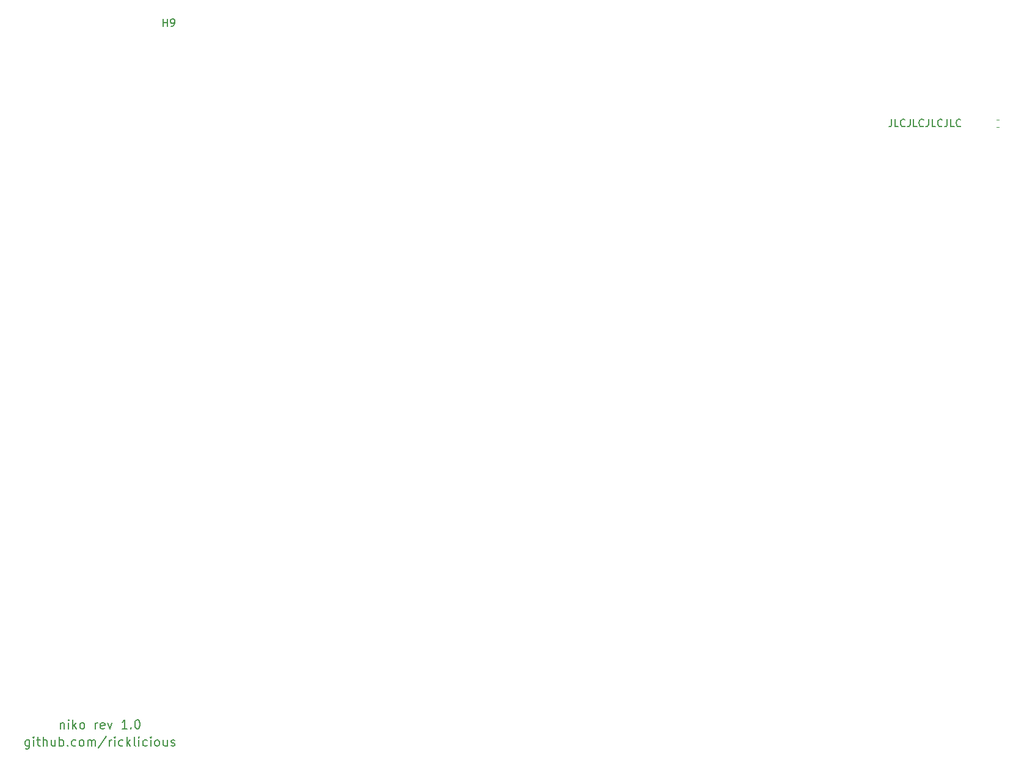
<source format=gbr>
G04 #@! TF.GenerationSoftware,KiCad,Pcbnew,(5.1.4-0)*
G04 #@! TF.CreationDate,2021-11-04T11:39:01-05:00*
G04 #@! TF.ProjectId,top_plate,746f705f-706c-4617-9465-2e6b69636164,rev?*
G04 #@! TF.SameCoordinates,Original*
G04 #@! TF.FileFunction,Legend,Top*
G04 #@! TF.FilePolarity,Positive*
%FSLAX46Y46*%
G04 Gerber Fmt 4.6, Leading zero omitted, Abs format (unit mm)*
G04 Created by KiCad (PCBNEW (5.1.4-0)) date 2021-11-04 11:39:01*
%MOMM*%
%LPD*%
G04 APERTURE LIST*
%ADD10C,0.150000*%
%ADD11C,0.200000*%
%ADD12C,0.120000*%
G04 APERTURE END LIST*
D10*
X307326237Y-99465090D02*
X307326237Y-100179376D01*
X307278618Y-100322233D01*
X307183380Y-100417471D01*
X307040523Y-100465090D01*
X306945285Y-100465090D01*
X308278618Y-100465090D02*
X307802427Y-100465090D01*
X307802427Y-99465090D01*
X309183380Y-100369852D02*
X309135761Y-100417471D01*
X308992904Y-100465090D01*
X308897665Y-100465090D01*
X308754808Y-100417471D01*
X308659570Y-100322233D01*
X308611951Y-100226995D01*
X308564332Y-100036519D01*
X308564332Y-99893662D01*
X308611951Y-99703186D01*
X308659570Y-99607948D01*
X308754808Y-99512710D01*
X308897665Y-99465090D01*
X308992904Y-99465090D01*
X309135761Y-99512710D01*
X309183380Y-99560329D01*
X309897665Y-99465090D02*
X309897665Y-100179376D01*
X309850046Y-100322233D01*
X309754808Y-100417471D01*
X309611951Y-100465090D01*
X309516713Y-100465090D01*
X310850046Y-100465090D02*
X310373856Y-100465090D01*
X310373856Y-99465090D01*
X311754808Y-100369852D02*
X311707189Y-100417471D01*
X311564332Y-100465090D01*
X311469094Y-100465090D01*
X311326237Y-100417471D01*
X311230999Y-100322233D01*
X311183380Y-100226995D01*
X311135761Y-100036519D01*
X311135761Y-99893662D01*
X311183380Y-99703186D01*
X311230999Y-99607948D01*
X311326237Y-99512710D01*
X311469094Y-99465090D01*
X311564332Y-99465090D01*
X311707189Y-99512710D01*
X311754808Y-99560329D01*
X312469094Y-99465090D02*
X312469094Y-100179376D01*
X312421475Y-100322233D01*
X312326237Y-100417471D01*
X312183380Y-100465090D01*
X312088142Y-100465090D01*
X313421475Y-100465090D02*
X312945285Y-100465090D01*
X312945285Y-99465090D01*
X314326237Y-100369852D02*
X314278618Y-100417471D01*
X314135761Y-100465090D01*
X314040523Y-100465090D01*
X313897665Y-100417471D01*
X313802427Y-100322233D01*
X313754808Y-100226995D01*
X313707189Y-100036519D01*
X313707189Y-99893662D01*
X313754808Y-99703186D01*
X313802427Y-99607948D01*
X313897665Y-99512710D01*
X314040523Y-99465090D01*
X314135761Y-99465090D01*
X314278618Y-99512710D01*
X314326237Y-99560329D01*
X315040523Y-99465090D02*
X315040523Y-100179376D01*
X314992904Y-100322233D01*
X314897665Y-100417471D01*
X314754808Y-100465090D01*
X314659570Y-100465090D01*
X315992904Y-100465090D02*
X315516713Y-100465090D01*
X315516713Y-99465090D01*
X316897665Y-100369852D02*
X316850046Y-100417471D01*
X316707189Y-100465090D01*
X316611951Y-100465090D01*
X316469094Y-100417471D01*
X316373856Y-100322233D01*
X316326237Y-100226995D01*
X316278618Y-100036519D01*
X316278618Y-99893662D01*
X316326237Y-99703186D01*
X316373856Y-99607948D01*
X316469094Y-99512710D01*
X316611951Y-99465090D01*
X316707189Y-99465090D01*
X316850046Y-99512710D01*
X316897665Y-99560329D01*
D11*
X187853618Y-185469852D02*
X187853618Y-186481757D01*
X187794094Y-186600805D01*
X187734570Y-186660329D01*
X187615523Y-186719852D01*
X187436951Y-186719852D01*
X187317904Y-186660329D01*
X187853618Y-186243662D02*
X187734570Y-186303186D01*
X187496475Y-186303186D01*
X187377427Y-186243662D01*
X187317904Y-186184138D01*
X187258380Y-186065090D01*
X187258380Y-185707948D01*
X187317904Y-185588900D01*
X187377427Y-185529376D01*
X187496475Y-185469852D01*
X187734570Y-185469852D01*
X187853618Y-185529376D01*
X188448856Y-186303186D02*
X188448856Y-185469852D01*
X188448856Y-185053186D02*
X188389332Y-185112710D01*
X188448856Y-185172233D01*
X188508380Y-185112710D01*
X188448856Y-185053186D01*
X188448856Y-185172233D01*
X188865523Y-185469852D02*
X189341713Y-185469852D01*
X189044094Y-185053186D02*
X189044094Y-186124614D01*
X189103618Y-186243662D01*
X189222665Y-186303186D01*
X189341713Y-186303186D01*
X189758380Y-186303186D02*
X189758380Y-185053186D01*
X190294094Y-186303186D02*
X190294094Y-185648424D01*
X190234570Y-185529376D01*
X190115523Y-185469852D01*
X189936951Y-185469852D01*
X189817904Y-185529376D01*
X189758380Y-185588900D01*
X191425046Y-185469852D02*
X191425046Y-186303186D01*
X190889332Y-185469852D02*
X190889332Y-186124614D01*
X190948856Y-186243662D01*
X191067904Y-186303186D01*
X191246475Y-186303186D01*
X191365523Y-186243662D01*
X191425046Y-186184138D01*
X192020285Y-186303186D02*
X192020285Y-185053186D01*
X192020285Y-185529376D02*
X192139332Y-185469852D01*
X192377427Y-185469852D01*
X192496475Y-185529376D01*
X192555999Y-185588900D01*
X192615523Y-185707948D01*
X192615523Y-186065090D01*
X192555999Y-186184138D01*
X192496475Y-186243662D01*
X192377427Y-186303186D01*
X192139332Y-186303186D01*
X192020285Y-186243662D01*
X193151237Y-186184138D02*
X193210761Y-186243662D01*
X193151237Y-186303186D01*
X193091713Y-186243662D01*
X193151237Y-186184138D01*
X193151237Y-186303186D01*
X194282189Y-186243662D02*
X194163142Y-186303186D01*
X193925046Y-186303186D01*
X193805999Y-186243662D01*
X193746475Y-186184138D01*
X193686951Y-186065090D01*
X193686951Y-185707948D01*
X193746475Y-185588900D01*
X193805999Y-185529376D01*
X193925046Y-185469852D01*
X194163142Y-185469852D01*
X194282189Y-185529376D01*
X194996475Y-186303186D02*
X194877427Y-186243662D01*
X194817904Y-186184138D01*
X194758380Y-186065090D01*
X194758380Y-185707948D01*
X194817904Y-185588900D01*
X194877427Y-185529376D01*
X194996475Y-185469852D01*
X195175046Y-185469852D01*
X195294094Y-185529376D01*
X195353618Y-185588900D01*
X195413142Y-185707948D01*
X195413142Y-186065090D01*
X195353618Y-186184138D01*
X195294094Y-186243662D01*
X195175046Y-186303186D01*
X194996475Y-186303186D01*
X195948856Y-186303186D02*
X195948856Y-185469852D01*
X195948856Y-185588900D02*
X196008380Y-185529376D01*
X196127427Y-185469852D01*
X196305999Y-185469852D01*
X196425046Y-185529376D01*
X196484570Y-185648424D01*
X196484570Y-186303186D01*
X196484570Y-185648424D02*
X196544094Y-185529376D01*
X196663142Y-185469852D01*
X196841713Y-185469852D01*
X196960761Y-185529376D01*
X197020285Y-185648424D01*
X197020285Y-186303186D01*
X198508380Y-184993662D02*
X197436951Y-186600805D01*
X198925046Y-186303186D02*
X198925046Y-185469852D01*
X198925046Y-185707948D02*
X198984570Y-185588900D01*
X199044094Y-185529376D01*
X199163142Y-185469852D01*
X199282189Y-185469852D01*
X199698856Y-186303186D02*
X199698856Y-185469852D01*
X199698856Y-185053186D02*
X199639332Y-185112710D01*
X199698856Y-185172233D01*
X199758380Y-185112710D01*
X199698856Y-185053186D01*
X199698856Y-185172233D01*
X200829808Y-186243662D02*
X200710761Y-186303186D01*
X200472665Y-186303186D01*
X200353618Y-186243662D01*
X200294094Y-186184138D01*
X200234570Y-186065090D01*
X200234570Y-185707948D01*
X200294094Y-185588900D01*
X200353618Y-185529376D01*
X200472665Y-185469852D01*
X200710761Y-185469852D01*
X200829808Y-185529376D01*
X201365523Y-186303186D02*
X201365523Y-185053186D01*
X201484570Y-185826995D02*
X201841713Y-186303186D01*
X201841713Y-185469852D02*
X201365523Y-185946043D01*
X202555999Y-186303186D02*
X202436951Y-186243662D01*
X202377427Y-186124614D01*
X202377427Y-185053186D01*
X203032189Y-186303186D02*
X203032189Y-185469852D01*
X203032189Y-185053186D02*
X202972665Y-185112710D01*
X203032189Y-185172233D01*
X203091713Y-185112710D01*
X203032189Y-185053186D01*
X203032189Y-185172233D01*
X204163142Y-186243662D02*
X204044094Y-186303186D01*
X203805999Y-186303186D01*
X203686951Y-186243662D01*
X203627427Y-186184138D01*
X203567904Y-186065090D01*
X203567904Y-185707948D01*
X203627427Y-185588900D01*
X203686951Y-185529376D01*
X203805999Y-185469852D01*
X204044094Y-185469852D01*
X204163142Y-185529376D01*
X204698856Y-186303186D02*
X204698856Y-185469852D01*
X204698856Y-185053186D02*
X204639332Y-185112710D01*
X204698856Y-185172233D01*
X204758380Y-185112710D01*
X204698856Y-185053186D01*
X204698856Y-185172233D01*
X205472665Y-186303186D02*
X205353618Y-186243662D01*
X205294094Y-186184138D01*
X205234570Y-186065090D01*
X205234570Y-185707948D01*
X205294094Y-185588900D01*
X205353618Y-185529376D01*
X205472665Y-185469852D01*
X205651237Y-185469852D01*
X205770285Y-185529376D01*
X205829808Y-185588900D01*
X205889332Y-185707948D01*
X205889332Y-186065090D01*
X205829808Y-186184138D01*
X205770285Y-186243662D01*
X205651237Y-186303186D01*
X205472665Y-186303186D01*
X206960761Y-185469852D02*
X206960761Y-186303186D01*
X206425046Y-185469852D02*
X206425046Y-186124614D01*
X206484570Y-186243662D01*
X206603618Y-186303186D01*
X206782189Y-186303186D01*
X206901237Y-186243662D01*
X206960761Y-186184138D01*
X207496475Y-186243662D02*
X207615523Y-186303186D01*
X207853618Y-186303186D01*
X207972665Y-186243662D01*
X208032189Y-186124614D01*
X208032189Y-186065090D01*
X207972665Y-185946043D01*
X207853618Y-185886519D01*
X207675046Y-185886519D01*
X207555999Y-185826995D01*
X207496475Y-185707948D01*
X207496475Y-185648424D01*
X207555999Y-185529376D01*
X207675046Y-185469852D01*
X207853618Y-185469852D01*
X207972665Y-185529376D01*
X192169094Y-183088602D02*
X192169094Y-183921936D01*
X192169094Y-183207650D02*
X192228618Y-183148126D01*
X192347665Y-183088602D01*
X192526237Y-183088602D01*
X192645285Y-183148126D01*
X192704808Y-183267174D01*
X192704808Y-183921936D01*
X193300046Y-183921936D02*
X193300046Y-183088602D01*
X193300046Y-182671936D02*
X193240523Y-182731460D01*
X193300046Y-182790983D01*
X193359570Y-182731460D01*
X193300046Y-182671936D01*
X193300046Y-182790983D01*
X193895285Y-183921936D02*
X193895285Y-182671936D01*
X194014332Y-183445745D02*
X194371475Y-183921936D01*
X194371475Y-183088602D02*
X193895285Y-183564793D01*
X195085761Y-183921936D02*
X194966713Y-183862412D01*
X194907189Y-183802888D01*
X194847665Y-183683840D01*
X194847665Y-183326698D01*
X194907189Y-183207650D01*
X194966713Y-183148126D01*
X195085761Y-183088602D01*
X195264332Y-183088602D01*
X195383380Y-183148126D01*
X195442904Y-183207650D01*
X195502427Y-183326698D01*
X195502427Y-183683840D01*
X195442904Y-183802888D01*
X195383380Y-183862412D01*
X195264332Y-183921936D01*
X195085761Y-183921936D01*
X196990523Y-183921936D02*
X196990523Y-183088602D01*
X196990523Y-183326698D02*
X197050046Y-183207650D01*
X197109570Y-183148126D01*
X197228618Y-183088602D01*
X197347665Y-183088602D01*
X198240523Y-183862412D02*
X198121475Y-183921936D01*
X197883380Y-183921936D01*
X197764332Y-183862412D01*
X197704808Y-183743364D01*
X197704808Y-183267174D01*
X197764332Y-183148126D01*
X197883380Y-183088602D01*
X198121475Y-183088602D01*
X198240523Y-183148126D01*
X198300046Y-183267174D01*
X198300046Y-183386221D01*
X197704808Y-183505269D01*
X198716713Y-183088602D02*
X199014332Y-183921936D01*
X199311951Y-183088602D01*
X201395285Y-183921936D02*
X200680999Y-183921936D01*
X201038142Y-183921936D02*
X201038142Y-182671936D01*
X200919094Y-182850507D01*
X200800046Y-182969555D01*
X200680999Y-183029079D01*
X201930999Y-183802888D02*
X201990523Y-183862412D01*
X201930999Y-183921936D01*
X201871475Y-183862412D01*
X201930999Y-183802888D01*
X201930999Y-183921936D01*
X202764332Y-182671936D02*
X202883380Y-182671936D01*
X203002427Y-182731460D01*
X203061951Y-182790983D01*
X203121475Y-182910031D01*
X203180999Y-183148126D01*
X203180999Y-183445745D01*
X203121475Y-183683840D01*
X203061951Y-183802888D01*
X203002427Y-183862412D01*
X202883380Y-183921936D01*
X202764332Y-183921936D01*
X202645285Y-183862412D01*
X202585761Y-183802888D01*
X202526237Y-183683840D01*
X202466713Y-183445745D01*
X202466713Y-183148126D01*
X202526237Y-182910031D01*
X202585761Y-182790983D01*
X202645285Y-182731460D01*
X202764332Y-182671936D01*
D12*
X322236864Y-99502626D02*
X321894330Y-99502626D01*
X322236864Y-100522626D02*
X321894330Y-100522626D01*
D10*
X206408513Y-86549432D02*
X206408513Y-85549432D01*
X206408513Y-86025623D02*
X206979941Y-86025623D01*
X206979941Y-86549432D02*
X206979941Y-85549432D01*
X207503751Y-86549432D02*
X207694227Y-86549432D01*
X207789465Y-86501813D01*
X207837084Y-86454194D01*
X207932322Y-86311337D01*
X207979941Y-86120861D01*
X207979941Y-85739909D01*
X207932322Y-85644671D01*
X207884703Y-85597052D01*
X207789465Y-85549432D01*
X207598989Y-85549432D01*
X207503751Y-85597052D01*
X207456132Y-85644671D01*
X207408513Y-85739909D01*
X207408513Y-85978004D01*
X207456132Y-86073242D01*
X207503751Y-86120861D01*
X207598989Y-86168480D01*
X207789465Y-86168480D01*
X207884703Y-86120861D01*
X207932322Y-86073242D01*
X207979941Y-85978004D01*
M02*

</source>
